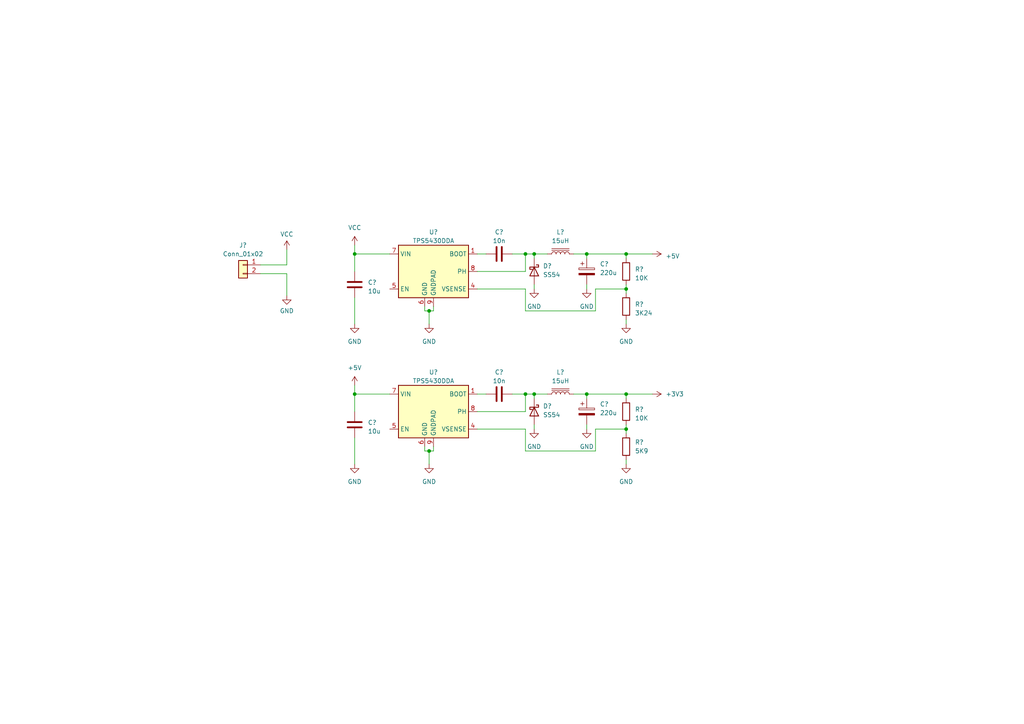
<source format=kicad_sch>
(kicad_sch (version 20230121) (generator eeschema)
  (paper "A4")
  (title_block (title "Buck Converter - TPS5430") (rev "1") (company "Sentinels Robotics") (comment 1 "Designer : Vincent") (comment 2 "Checked Date : 19/07/2023"))
  (lib_symbols
    (symbol "Connector_Generic:Conn_01x02" (pin_names (offset 1.016) hide)
      (property "Reference" "J" (at 0 2.54 0))
      (property "Value" "Conn_01x02" (at 0 -5.08 0))
      (symbol "Conn_01x02_1_1"
        (rectangle (start -1.27 -2.413) (end 0 -2.667) (stroke (width 0.1524)))
        (rectangle (start -1.27 0.127) (end 0 -0.127) (stroke (width 0.1524)))
        (rectangle (start -1.27 1.27) (end 1.27 -3.81) (stroke (width 0.254)) (fill (type background)))
        (pin passive line (at -5.08 0 0) (length 3.81) (name "Pin_1") (number "1"))
        (pin passive line (at -5.08 -2.54 0) (length 3.81) (name "Pin_2") (number "2"))
      )
    )
    (symbol "Device:C" (pin_numbers hide) (pin_names (offset 0.254))
      (property "Reference" "C" (at 0.635 2.54 0))
      (property "Value" "C" (at 0.635 -2.54 0))
      (symbol "C_0_1"
        (polyline (pts (xy -2.032 -0.762) (xy 2.032 -0.762)) (stroke (width 0.508)))
        (polyline (pts (xy -2.032 0.762) (xy 2.032 0.762)) (stroke (width 0.508)))
      )
      (symbol "C_1_1"
        (pin passive line (at 0 3.81 270) (length 2.794) (name "~") (number "1"))
        (pin passive line (at 0 -3.81 90) (length 2.794) (name "~") (number "2"))
      )
    )
    (symbol "Device:C_Polarized" (pin_numbers hide) (pin_names (offset 0.254))
      (property "Reference" "C" (at 0.635 2.54 0))
      (property "Value" "C_Polarized" (at 0.635 -2.54 0))
      (symbol "C_Polarized_0_1"
        (rectangle (start -2.286 0.508) (end 2.286 1.016))
        (polyline (pts (xy -1.778 2.286) (xy -0.762 2.286)))
        (polyline (pts (xy -1.27 2.794) (xy -1.27 1.778)))
        (rectangle (start 2.286 -0.508) (end -2.286 -1.016) (fill (type outline)))
      )
      (symbol "C_Polarized_1_1"
        (pin passive line (at 0 3.81 270) (length 2.794) (name "~") (number "1"))
        (pin passive line (at 0 -3.81 90) (length 2.794) (name "~") (number "2"))
      )
    )
    (symbol "Device:L_Iron" (pin_numbers hide) (pin_names (offset 1.016) hide)
      (property "Reference" "L" (at -1.27 0 90))
      (property "Value" "L_Iron" (at 2.794 0 90))
      (symbol "L_Iron_0_1"
        (arc (start 0 -2.54) (mid 0.6323 -1.905) (end 0 -1.27))
        (arc (start 0 -1.27) (mid 0.6323 -0.635) (end 0 0))
        (polyline (pts (xy 1.016 2.54) (xy 1.016 -2.54)))
        (polyline (pts (xy 1.524 -2.54) (xy 1.524 2.54)))
        (arc (start 0 0) (mid 0.6323 0.635) (end 0 1.27))
        (arc (start 0 1.27) (mid 0.6323 1.905) (end 0 2.54))
      )
      (symbol "L_Iron_1_1"
        (pin passive line (at 0 3.81 270) (length 1.27) (name "1") (number "1"))
        (pin passive line (at 0 -3.81 90) (length 1.27) (name "2") (number "2"))
      )
    )
    (symbol "Device:R" (pin_numbers hide) (pin_names (offset 0))
      (property "Reference" "R" (at 2.032 0 90))
      (property "Value" "R" (at 0 0 90))
      (symbol "R_0_1"
        (rectangle (start -1.016 -2.54) (end 1.016 2.54) (stroke (width 0.254)))
      )
      (symbol "R_1_1"
        (pin passive line (at 0 3.81 270) (length 1.27) (name "~") (number "1"))
        (pin passive line (at 0 -3.81 90) (length 1.27) (name "~") (number "2"))
      )
    )
    (symbol "Diode:B340" (pin_numbers hide) (pin_names (offset 1.016) hide)
      (property "Reference" "D" (at 0 2.54 0))
      (property "Value" "B340" (at 0 -2.54 0))
      (symbol "B340_0_1"
        (polyline (pts (xy 1.27 0) (xy -1.27 0)))
        (polyline (pts (xy 1.27 1.27) (xy 1.27 -1.27) (xy -1.27 0) (xy 1.27 1.27)) (stroke (width 0.254)))
        (polyline (pts (xy -1.905 0.635) (xy -1.905 1.27) (xy -1.27 1.27) (xy -1.27 -1.27) (xy -0.635 -1.27) (xy -0.635 -0.635)) (stroke (width 0.254)))
      )
      (symbol "B340_1_1"
        (pin passive line (at -3.81 0 0) (length 2.54) (name "K") (number "1"))
        (pin passive line (at 3.81 0 180) (length 2.54) (name "A") (number "2"))
      )
    )
    (symbol "Regulator_Switching:TPS5430DDA"
      (property "Reference" "U" (at -10.16 8.89 0))
      (property "Value" "TPS5430DDA" (at -1.27 8.89 0))
      (symbol "TPS5430DDA_0_1"
        (rectangle (start -10.16 7.62) (end 10.16 -7.62) (stroke (width 0.254)) (fill (type background)))
      )
      (symbol "TPS5430DDA_1_1"
        (pin input line (at 12.7 5.08 180) (length 2.54) (name "BOOT") (number "1"))
        (pin no_connect line (at -10.16 2.54 0) (length 2.54) hide (name "NC") (number "2"))
        (pin no_connect line (at -10.16 -2.54 0) (length 2.54) hide (name "NC") (number "3"))
        (pin input line (at 12.7 -5.08 180) (length 2.54) (name "VSENSE") (number "4"))
        (pin input line (at -12.7 -5.08 0) (length 2.54) (name "EN") (number "5"))
        (pin power_in line (at -2.54 -10.16 90) (length 2.54) (name "GND") (number "6"))
        (pin power_in line (at -12.7 5.08 0) (length 2.54) (name "VIN") (number "7"))
        (pin output line (at 12.7 0 180) (length 2.54) (name "PH") (number "8"))
        (pin power_in line (at 0 -10.16 90) (length 2.54) (name "GNDPAD") (number "9"))
      )
    )
    (symbol "power:+3V3" (power) (pin_names (offset 0))
      (property "Value" "+3V3" (at 0 3.556 0))
      (symbol "+3V3_0_1"
        (polyline (pts (xy -0.762 1.27) (xy 0 2.54)))
        (polyline (pts (xy 0 0) (xy 0 2.54)))
        (polyline (pts (xy 0 2.54) (xy 0.762 1.27)))
      )
      (symbol "+3V3_1_1"
        (pin power_in line (at 0 0 90) (length 0) hide (name "+3V3") (number "1"))
      )
    )
    (symbol "power:+5V" (power) (pin_names (offset 0))
      (property "Value" "+5V" (at 0 3.556 0))
      (symbol "+5V_0_1"
        (polyline (pts (xy -0.762 1.27) (xy 0 2.54)))
        (polyline (pts (xy 0 0) (xy 0 2.54)))
        (polyline (pts (xy 0 2.54) (xy 0.762 1.27)))
      )
      (symbol "+5V_1_1"
        (pin power_in line (at 0 0 90) (length 0) hide (name "+5V") (number "1"))
      )
    )
    (symbol "power:GND" (power) (pin_names (offset 0))
      (property "Value" "GND" (at 0 -3.81 0))
      (symbol "GND_0_1"
        (polyline (pts (xy 0 0) (xy 0 -1.27) (xy 1.27 -1.27) (xy 0 -2.54) (xy -1.27 -1.27) (xy 0 -1.27)))
      )
      (symbol "GND_1_1"
        (pin power_in line (at 0 0 270) (length 0) hide (name "GND") (number "1"))
      )
    )
    (symbol "power:VCC" (power) (pin_names (offset 0))
      (property "Value" "VCC" (at 0 3.81 0))
      (symbol "VCC_0_1"
        (polyline (pts (xy -0.762 1.27) (xy 0 2.54)))
        (polyline (pts (xy 0 0) (xy 0 2.54)))
        (polyline (pts (xy 0 2.54) (xy 0.762 1.27)))
      )
      (symbol "VCC_1_1"
        (pin power_in line (at 0 0 90) (length 0) hide (name "VCC") (number "1"))
      )
    )
  )
  (junction (at 154.94 73.66))
  (junction (at 124.46 130.81))
  (junction (at 181.61 83.82))
  (junction (at 170.18 114.3))
  (junction (at 181.61 124.46))
  (junction (at 154.94 114.3))
  (junction (at 181.61 114.3))
  (junction (at 181.61 73.66))
  (junction (at 102.87 114.3))
  (junction (at 124.46 90.17))
  (junction (at 152.4 114.3))
  (junction (at 170.18 73.66))
  (junction (at 102.87 73.66))
  (junction (at 152.4 73.66))
  (wire (pts (xy 181.61 73.66) (xy 189.23 73.66)))
  (wire (pts (xy 172.72 90.17) (xy 172.72 83.82)))
  (wire (pts (xy 138.43 78.74) (xy 152.4 78.74)))
  (wire (pts (xy 154.94 114.3) (xy 158.75 114.3)))
  (wire (pts (xy 170.18 114.3) (xy 170.18 115.57)))
  (wire (pts (xy 83.185 76.835) (xy 75.565 76.835)))
  (wire (pts (xy 154.94 73.66) (xy 158.75 73.66)))
  (wire (pts (xy 170.18 73.66) (xy 181.61 73.66)))
  (wire (pts (xy 125.73 88.9) (xy 125.73 90.17)))
  (wire (pts (xy 152.4 73.66) (xy 154.94 73.66)))
  (wire (pts (xy 154.94 82.55) (xy 154.94 83.82)))
  (wire (pts (xy 172.72 130.81) (xy 172.72 124.46)))
  (wire (pts (xy 138.43 114.3) (xy 140.97 114.3)))
  (wire (pts (xy 102.87 114.3) (xy 102.87 119.38)))
  (wire (pts (xy 123.19 90.17) (xy 124.46 90.17)))
  (wire (pts (xy 152.4 119.38) (xy 152.4 114.3)))
  (wire (pts (xy 154.94 114.3) (xy 154.94 115.57)))
  (wire (pts (xy 166.37 114.3) (xy 170.18 114.3)))
  (wire (pts (xy 148.59 73.66) (xy 152.4 73.66)))
  (wire (pts (xy 181.61 114.3) (xy 189.23 114.3)))
  (wire (pts (xy 154.94 73.66) (xy 154.94 74.93)))
  (wire (pts (xy 102.87 127) (xy 102.87 134.62)))
  (wire (pts (xy 138.43 73.66) (xy 140.97 73.66)))
  (wire (pts (xy 102.87 114.3) (xy 113.03 114.3)))
  (wire (pts (xy 181.61 92.71) (xy 181.61 93.98)))
  (wire (pts (xy 124.46 93.98) (xy 124.46 90.17)))
  (wire (pts (xy 83.185 72.39) (xy 83.185 76.835)))
  (wire (pts (xy 138.43 124.46) (xy 152.4 124.46)))
  (wire (pts (xy 170.18 73.66) (xy 170.18 74.93)))
  (wire (pts (xy 125.73 129.54) (xy 125.73 130.81)))
  (wire (pts (xy 181.61 74.93) (xy 181.61 73.66)))
  (wire (pts (xy 170.18 123.19) (xy 170.18 124.46)))
  (wire (pts (xy 102.87 73.66) (xy 102.87 71.12)))
  (wire (pts (xy 181.61 133.35) (xy 181.61 134.62)))
  (wire (pts (xy 75.565 79.375) (xy 83.185 79.375)))
  (wire (pts (xy 152.4 78.74) (xy 152.4 73.66)))
  (wire (pts (xy 172.72 83.82) (xy 181.61 83.82)))
  (wire (pts (xy 154.94 123.19) (xy 154.94 124.46)))
  (wire (pts (xy 181.61 115.57) (xy 181.61 114.3)))
  (wire (pts (xy 123.19 88.9) (xy 123.19 90.17)))
  (wire (pts (xy 125.73 130.81) (xy 124.46 130.81)))
  (wire (pts (xy 166.37 73.66) (xy 170.18 73.66)))
  (wire (pts (xy 172.72 124.46) (xy 181.61 124.46)))
  (wire (pts (xy 83.185 85.725) (xy 83.185 79.375)))
  (wire (pts (xy 152.4 114.3) (xy 154.94 114.3)))
  (wire (pts (xy 125.73 90.17) (xy 124.46 90.17)))
  (wire (pts (xy 138.43 83.82) (xy 152.4 83.82)))
  (wire (pts (xy 102.87 114.3) (xy 102.87 111.76)))
  (wire (pts (xy 102.87 73.66) (xy 113.03 73.66)))
  (wire (pts (xy 181.61 123.19) (xy 181.61 124.46)))
  (wire (pts (xy 170.18 114.3) (xy 181.61 114.3)))
  (wire (pts (xy 102.87 86.36) (xy 102.87 93.98)))
  (wire (pts (xy 124.46 134.62) (xy 124.46 130.81)))
  (wire (pts (xy 148.59 114.3) (xy 152.4 114.3)))
  (wire (pts (xy 138.43 119.38) (xy 152.4 119.38)))
  (wire (pts (xy 181.61 83.82) (xy 181.61 85.09)))
  (wire (pts (xy 181.61 82.55) (xy 181.61 83.82)))
  (wire (pts (xy 152.4 90.17) (xy 172.72 90.17)))
  (wire (pts (xy 102.87 73.66) (xy 102.87 78.74)))
  (wire (pts (xy 181.61 124.46) (xy 181.61 125.73)))
  (wire (pts (xy 123.19 129.54) (xy 123.19 130.81)))
  (wire (pts (xy 152.4 124.46) (xy 152.4 130.81)))
  (wire (pts (xy 152.4 83.82) (xy 152.4 90.17)))
  (wire (pts (xy 170.18 82.55) (xy 170.18 83.82)))
  (wire (pts (xy 123.19 130.81) (xy 124.46 130.81)))
  (wire (pts (xy 152.4 130.81) (xy 172.72 130.81)))
  (symbol (lib_id "power:GND") (at 83.185 85.725 0) (unit 1)
    (property "Reference" "#PWR018" (effects hide))
    (property "Value" "GND" (at 83.185 90.17 0))
  )
  (symbol (lib_id "power:GND") (at 124.46 93.98 0) (unit 1)
    (property "Reference" "#PWR03" (effects hide))
    (property "Value" "GND" (at 124.46 99.06 0))
    (instances (project "2024l2" (path "" (reference "#PWR03") (unit 1)) (path "" (reference "#PWR05") (unit 1))) (project "2024l1" (path "" (reference "#PWR?") (unit 1))) (project "2023l1-int" (path "" (reference "#PWR034") (unit 1))) (project "buck" (path "" (reference "#PWR06") (unit 1))))
  )
  (symbol (lib_id "Device:R") (at 181.61 129.54 0) (unit 1)
    (property "Reference" "R?" (at 184.15 128.2699 0) (effects (justify left)))
    (property "Value" "5K9" (at 184.15 130.8099 0) (effects (justify left)))
    (property "Footprint" "footprints:res0603" (effects hide))
    (instances (project "2024l2" (path "" (reference "R?") (unit 1)) (path "" (reference "R?") (unit 1))) (project "2024l1" (path "" (reference "R?") (unit 1))) (project "2023l1-int" (path "" (reference "R40") (unit 1))) (project "buck" (path "" (reference "R2") (unit 1))))
  )
  (symbol (lib_id "Device:R") (at 181.61 78.74 0) (unit 1)
    (property "Reference" "R?" (at 184.15 78.105 0) (effects (justify left)))
    (property "Value" "10K" (at 184.15 80.645 0) (effects (justify left)))
    (property "Footprint" "footprints:res0603" (effects hide))
    (instances (project "2024l2" (path "" (reference "R?") (unit 1)) (path "" (reference "R?") (unit 1))) (project "2024l1" (path "" (reference "R?") (unit 1))) (project "2023l1-int" (path "" (reference "R46") (unit 1))) (project "buck" (path "" (reference "R1") (unit 1))))
  )
  (symbol (lib_id "Device:C_Polarized") (at 170.18 78.74 0) (unit 1)
    (property "Reference" "C?" (at 173.99 76.581 0) (effects (justify left)))
    (property "Value" "220u" (at 173.99 79.121 0) (effects (justify left)))
    (property "Footprint" "footprints:EIA-7343-D" (effects hide))
    (instances (project "2024l2" (path "" (reference "C?") (unit 1)) (path "" (reference "C?") (unit 1))) (project "2024l1" (path "" (reference "C?") (unit 1))) (project "2023l1-int" (path "" (reference "C9") (unit 1))) (project "buck" (path "" (reference "C2") (unit 1))))
  )
  (symbol (lib_id "Device:R") (at 181.61 119.38 0) (unit 1)
    (property "Reference" "R?" (at 184.15 118.745 0) (effects (justify left)))
    (property "Value" "10K" (at 184.15 121.285 0) (effects (justify left)))
    (property "Footprint" "footprints:res0603" (effects hide))
    (instances (project "2024l2" (path "" (reference "R?") (unit 1)) (path "" (reference "R?") (unit 1))) (project "2024l1" (path "" (reference "R?") (unit 1))) (project "2023l1-int" (path "" (reference "R46") (unit 1))) (project "buck" (path "" (reference "R1") (unit 1))))
  )
  (symbol (lib_id "power:+5V") (at 102.87 111.76 0) (unit 1)
    (property "Reference" "#PWR08" (effects hide))
    (property "Value" "+5V" (at 102.87 106.68 0))
    (instances (project "2024l2" (path "" (reference "#PWR08") (unit 1)) (path "" (reference "#PWR03") (unit 1))))
  )
  (symbol (lib_id "Connector_Generic:Conn_01x02") (at 70.485 76.835 0) (mirror y) (unit 1)
    (property "Reference" "J?" (at 70.485 71.12 0))
    (property "Value" "Conn_01x02" (at 70.485 73.66 0))
  )
  (symbol (lib_id "power:GND") (at 170.18 124.46 0) (unit 1)
    (property "Reference" "#PWR012" (effects hide))
    (property "Value" "GND" (at 170.18 129.54 0))
    (instances (project "2024l2" (path "" (reference "#PWR012") (unit 1)) (path "" (reference "#PWR010") (unit 1))) (project "2024l1" (path "" (reference "#PWR?") (unit 1))) (project "2023l1-int" (path "" (reference "#PWR032") (unit 1))) (project "buck" (path "" (reference "#PWR04") (unit 1))))
  )
  (symbol (lib_id "power:GND") (at 154.94 83.82 0) (unit 1)
    (property "Reference" "#PWR04" (effects hide))
    (property "Value" "GND" (at 154.94 88.9 0))
    (instances (project "2024l2" (path "" (reference "#PWR04") (unit 1)) (path "" (reference "#PWR07") (unit 1))) (project "2024l1" (path "" (reference "#PWR?") (unit 1))) (project "2023l1-int" (path "" (reference "#PWR031") (unit 1))) (project "buck" (path "" (reference "#PWR03") (unit 1))))
  )
  (symbol (lib_id "Diode:B340") (at 154.94 78.74 270) (unit 1)
    (property "Reference" "D?" (at 157.48 77.1525 90) (effects (justify left)))
    (property "Value" "SS54" (at 157.48 79.6925 90) (effects (justify left)))
    (property "Footprint" "Diode_SMD:D_SMC" (effects hide))
    (property "Datasheet" "http://www.jameco.com/Jameco/Products/ProdDS/1538777.pdf" (effects hide))
    (instances (project "2024l2" (path "" (reference "D?") (unit 1)) (path "" (reference "D?") (unit 1))) (project "2024l1" (path "" (reference "D?") (unit 1))) (project "2023l1-int" (path "" (reference "D4") (unit 1))) (project "buck" (path "" (reference "D1") (unit 1))))
  )
  (symbol (lib_id "Device:C") (at 144.78 73.66 90) (unit 1)
    (property "Reference" "C?" (at 144.78 67.31 90))
    (property "Value" "10n" (at 144.78 69.85 90))
    (property "Footprint" "footprints:cap0603" (effects hide))
    (instances (project "2024l2" (path "" (reference "C?") (unit 1)) (path "" (reference "C?") (unit 1))) (project "2024l1" (path "" (reference "C?") (unit 1))) (project "2023l1-int" (path "" (reference "C8") (unit 1))) (project "buck" (path "" (reference "C1") (unit 1))))
  )
  (symbol (lib_id "power:VCC") (at 102.87 71.12 0) (unit 1)
    (property "Reference" "#PWR01" (effects hide))
    (property "Value" "VCC" (at 102.87 66.04 0))
  )
  (symbol (lib_id "Device:C_Polarized") (at 170.18 119.38 0) (unit 1)
    (property "Reference" "C?" (at 173.99 117.221 0) (effects (justify left)))
    (property "Value" "220u" (at 173.99 119.761 0) (effects (justify left)))
    (property "Footprint" "footprints:EIA-7343-D" (effects hide))
    (instances (project "2024l2" (path "" (reference "C?") (unit 1)) (path "" (reference "C?") (unit 1))) (project "2024l1" (path "" (reference "C?") (unit 1))) (project "2023l1-int" (path "" (reference "C9") (unit 1))) (project "buck" (path "" (reference "C2") (unit 1))))
  )
  (symbol (lib_id "Device:L_Iron") (at 162.56 73.66 90) (unit 1)
    (property "Reference" "L?" (at 162.56 67.31 90))
    (property "Value" "15uH" (at 162.56 69.85 90))
    (property "Footprint" "footprints:0630 One Piece Inductor" (effects hide))
    (instances (project "2024l2" (path "" (reference "L?") (unit 1)) (path "" (reference "L?") (unit 1))) (project "2024l1" (path "" (reference "L?") (unit 1))) (project "2023l1-int" (path "" (reference "L2") (unit 1))) (project "buck" (path "" (reference "L1") (unit 1))))
  )
  (symbol (lib_id "Regulator_Switching:TPS5430DDA") (at 125.73 78.74 0) (unit 1)
    (property "Reference" "U?" (at 125.73 67.31 0))
    (property "Value" "TPS5430DDA" (at 125.73 69.85 0))
    (property "Footprint" "footprints:TI_SO-PowerPAD-8_ThermalVias" (effects hide))
    (property "Datasheet" "http://www.ti.com/lit/ds/symlink/tps5430.pdf" (effects hide))
    (instances (project "2024l2" (path "" (reference "U?") (unit 1)) (path "" (reference "U?") (unit 1))) (project "2024l1" (path "" (reference "U?") (unit 1))) (project "2023l1-int" (path "" (reference "U3") (unit 1))) (project "buck" (path "" (reference "U1") (unit 1))))
  )
  (symbol (lib_id "Device:R") (at 181.61 88.9 0) (unit 1)
    (property "Reference" "R?" (at 184.15 88.265 0) (effects (justify left)))
    (property "Value" "3K24" (at 184.15 90.805 0) (effects (justify left)))
    (property "Footprint" "footprints:res0603" (effects hide))
    (instances (project "2024l2" (path "" (reference "R?") (unit 1)) (path "" (reference "R?") (unit 1))) (project "2024l1" (path "" (reference "R?") (unit 1))) (project "2023l1-int" (path "" (reference "R40") (unit 1))) (project "buck" (path "" (reference "R2") (unit 1))))
  )
  (symbol (lib_id "Device:C") (at 144.78 114.3 90) (unit 1)
    (property "Reference" "C?" (at 144.78 107.95 90))
    (property "Value" "10n" (at 144.78 110.49 90))
    (property "Footprint" "footprints:cap0603" (effects hide))
    (instances (project "2024l2" (path "" (reference "C?") (unit 1)) (path "" (reference "C?") (unit 1))) (project "2024l1" (path "" (reference "C?") (unit 1))) (project "2023l1-int" (path "" (reference "C8") (unit 1))) (project "buck" (path "" (reference "C1") (unit 1))))
  )
  (symbol (lib_id "Diode:B340") (at 154.94 119.38 270) (unit 1)
    (property "Reference" "D?" (at 157.48 117.7925 90) (effects (justify left)))
    (property "Value" "SS54" (at 157.48 120.3325 90) (effects (justify left)))
    (property "Footprint" "Diode_SMD:D_SMC" (effects hide))
    (property "Datasheet" "http://www.jameco.com/Jameco/Products/ProdDS/1538777.pdf" (effects hide))
    (instances (project "2024l2" (path "" (reference "D?") (unit 1)) (path "" (reference "D?") (unit 1))) (project "2024l1" (path "" (reference "D?") (unit 1))) (project "2023l1-int" (path "" (reference "D4") (unit 1))) (project "buck" (path "" (reference "D1") (unit 1))))
  )
  (symbol (lib_id "power:+5V") (at 189.23 73.66 270) (unit 1)
    (property "Reference" "#PWR07" (effects hide))
    (property "Value" "+5V" (at 193.04 74.295 90) (effects (justify left)))
    (instances (project "2024l2" (path "" (reference "#PWR07") (unit 1)) (path "" (reference "#PWR013") (unit 1))) (project "2024l1" (path "" (reference "#PWR?") (unit 1))) (project "2023l1-int" (path "" (reference "#PWR028") (unit 1))) (project "buck" (path "" (reference "#PWR02") (unit 1))))
  )
  (symbol (lib_id "power:GND") (at 181.61 134.62 0) (unit 1)
    (property "Reference" "#PWR013" (effects hide))
    (property "Value" "GND" (at 181.61 139.7 0))
    (instances (project "2024l2" (path "" (reference "#PWR013") (unit 1)) (path "" (reference "#PWR012") (unit 1))) (project "2024l1" (path "" (reference "#PWR?") (unit 1))) (project "2023l1-int" (path "" (reference "#PWR035") (unit 1))) (project "buck" (path "" (reference "#PWR07") (unit 1))))
  )
  (symbol (lib_id "power:GND") (at 170.18 83.82 0) (unit 1)
    (property "Reference" "#PWR05" (effects hide))
    (property "Value" "GND" (at 170.18 88.9 0))
    (instances (project "2024l2" (path "" (reference "#PWR05") (unit 1)) (path "" (reference "#PWR09") (unit 1))) (project "2024l1" (path "" (reference "#PWR?") (unit 1))) (project "2023l1-int" (path "" (reference "#PWR032") (unit 1))) (project "buck" (path "" (reference "#PWR04") (unit 1))))
  )
  (symbol (lib_id "power:GND") (at 154.94 124.46 0) (unit 1)
    (property "Reference" "#PWR011" (effects hide))
    (property "Value" "GND" (at 154.94 129.54 0))
    (instances (project "2024l2" (path "" (reference "#PWR011") (unit 1)) (path "" (reference "#PWR08") (unit 1))) (project "2024l1" (path "" (reference "#PWR?") (unit 1))) (project "2023l1-int" (path "" (reference "#PWR031") (unit 1))) (project "buck" (path "" (reference "#PWR03") (unit 1))))
  )
  (symbol (lib_id "power:VCC") (at 83.185 72.39 0) (unit 1)
    (property "Reference" "#PWR017" (effects hide))
    (property "Value" "VCC" (at 83.185 67.945 0))
  )
  (symbol (lib_id "Device:C") (at 102.87 123.19 0) (unit 1)
    (property "Reference" "C?" (at 106.68 122.555 0) (effects (justify left)))
    (property "Value" "10u" (at 106.68 125.095 0) (effects (justify left)))
    (property "Footprint" "footprints:cap0603" (effects hide))
    (instances (project "2024l2" (path "" (reference "C?") (unit 1)) (path "" (reference "C?") (unit 1))) (project "2024l1" (path "" (reference "C?") (unit 1))) (project "2023l1-int" (path "" (reference "C10") (unit 1))) (project "buck" (path "" (reference "C3") (unit 1))))
  )
  (symbol (lib_id "Device:C") (at 102.87 82.55 0) (unit 1)
    (property "Reference" "C?" (at 106.68 81.915 0) (effects (justify left)))
    (property "Value" "10u" (at 106.68 84.455 0) (effects (justify left)))
    (property "Footprint" "footprints:cap0603" (effects hide))
    (instances (project "2024l2" (path "" (reference "C?") (unit 1)) (path "" (reference "C?") (unit 1))) (project "2024l1" (path "" (reference "C?") (unit 1))) (project "2023l1-int" (path "" (reference "C10") (unit 1))) (project "buck" (path "" (reference "C3") (unit 1))))
  )
  (symbol (lib_id "power:GND") (at 102.87 93.98 0) (unit 1)
    (property "Reference" "#PWR02" (effects hide))
    (property "Value" "GND" (at 102.87 99.06 0))
    (instances (project "2024l2" (path "" (reference "#PWR02") (unit 1)) (path "" (reference "#PWR02") (unit 1))) (project "2024l1" (path "" (reference "#PWR?") (unit 1))) (project "2023l1-int" (path "" (reference "#PWR033") (unit 1))) (project "buck" (path "" (reference "#PWR05") (unit 1))))
  )
  (symbol (lib_id "Device:L_Iron") (at 162.56 114.3 90) (unit 1)
    (property "Reference" "L?" (at 162.56 107.95 90))
    (property "Value" "15uH" (at 162.56 110.49 90))
    (property "Footprint" "footprints:0630 One Piece Inductor" (effects hide))
    (instances (project "2024l2" (path "" (reference "L?") (unit 1)) (path "" (reference "L?") (unit 1))) (project "2024l1" (path "" (reference "L?") (unit 1))) (project "2023l1-int" (path "" (reference "L2") (unit 1))) (project "buck" (path "" (reference "L1") (unit 1))))
  )
  (symbol (lib_id "power:GND") (at 124.46 134.62 0) (unit 1)
    (property "Reference" "#PWR010" (effects hide))
    (property "Value" "GND" (at 124.46 139.7 0))
    (instances (project "2024l2" (path "" (reference "#PWR010") (unit 1)) (path "" (reference "#PWR06") (unit 1))) (project "2024l1" (path "" (reference "#PWR?") (unit 1))) (project "2023l1-int" (path "" (reference "#PWR034") (unit 1))) (project "buck" (path "" (reference "#PWR06") (unit 1))))
  )
  (symbol (lib_id "power:+3V3") (at 189.23 114.3 270) (unit 1)
    (property "Reference" "#PWR014" (effects hide))
    (property "Value" "+3V3" (at 193.04 114.2999 90) (effects (justify left)))
  )
  (symbol (lib_id "Regulator_Switching:TPS5430DDA") (at 125.73 119.38 0) (unit 1)
    (property "Reference" "U?" (at 125.73 107.95 0))
    (property "Value" "TPS5430DDA" (at 125.73 110.49 0))
    (property "Footprint" "footprints:TI_SO-PowerPAD-8_ThermalVias" (effects hide))
    (property "Datasheet" "http://www.ti.com/lit/ds/symlink/tps5430.pdf" (effects hide))
    (instances (project "2024l2" (path "" (reference "U?") (unit 1)) (path "" (reference "U?") (unit 1))) (project "2024l1" (path "" (reference "U?") (unit 1))) (project "2023l1-int" (path "" (reference "U3") (unit 1))) (project "buck" (path "" (reference "U1") (unit 1))))
  )
  (symbol (lib_id "power:GND") (at 181.61 93.98 0) (unit 1)
    (property "Reference" "#PWR06" (effects hide))
    (property "Value" "GND" (at 181.61 99.06 0))
    (instances (project "2024l2" (path "" (reference "#PWR06") (unit 1)) (path "" (reference "#PWR011") (unit 1))) (project "2024l1" (path "" (reference "#PWR?") (unit 1))) (project "2023l1-int" (path "" (reference "#PWR035") (unit 1))) (project "buck" (path "" (reference "#PWR07") (unit 1))))
  )
  (symbol (lib_id "power:GND") (at 102.87 134.62 0) (unit 1)
    (property "Reference" "#PWR09" (effects hide))
    (property "Value" "GND" (at 102.87 139.7 0))
    (instances (project "2024l2" (path "" (reference "#PWR09") (unit 1)) (path "" (reference "#PWR04") (unit 1))) (project "2024l1" (path "" (reference "#PWR?") (unit 1))) (project "2023l1-int" (path "" (reference "#PWR033") (unit 1))) (project "buck" (path "" (reference "#PWR05") (unit 1))))
  )
)
</source>
